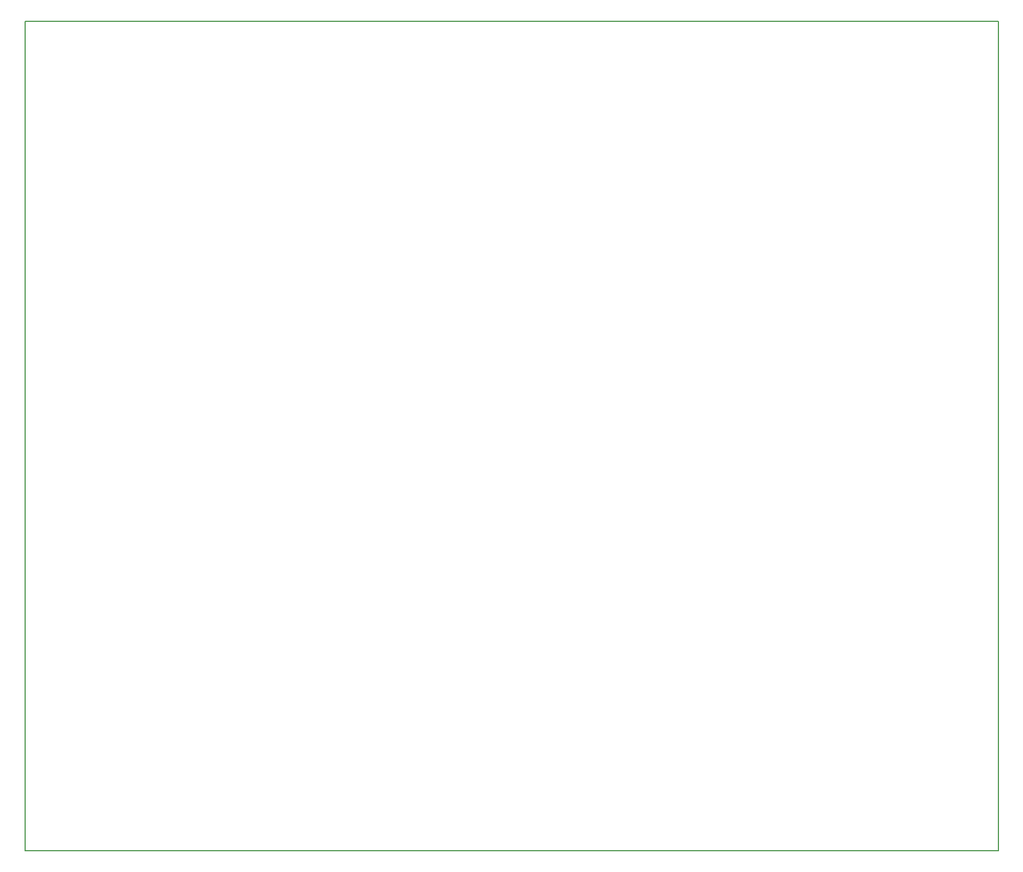
<source format=gbr>
%TF.GenerationSoftware,KiCad,Pcbnew,(6.0.2)*%
%TF.CreationDate,2022-03-20T20:15:49+02:00*%
%TF.ProjectId,main,6d61696e-2e6b-4696-9361-645f70636258,rev?*%
%TF.SameCoordinates,Original*%
%TF.FileFunction,Paste,Bot*%
%TF.FilePolarity,Positive*%
%FSLAX46Y46*%
G04 Gerber Fmt 4.6, Leading zero omitted, Abs format (unit mm)*
G04 Created by KiCad (PCBNEW (6.0.2)) date 2022-03-20 20:15:49*
%MOMM*%
%LPD*%
G01*
G04 APERTURE LIST*
%TA.AperFunction,Profile*%
%ADD10C,0.200000*%
%TD*%
G04 APERTURE END LIST*
D10*
X210820000Y-15748000D02*
X59944000Y-15748000D01*
X59944000Y-15748000D02*
X59944000Y-144272000D01*
X59944000Y-144272000D02*
X210820000Y-144272000D01*
X210820000Y-144272000D02*
X210820000Y-15748000D01*
M02*

</source>
